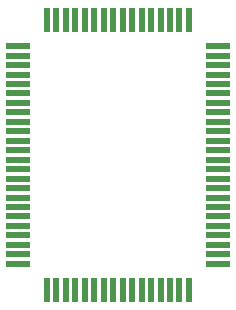
<source format=gbp>
G04 Layer: BottomPasteMaskLayer*
G04 EasyEDA v6.5.42, 2024-04-13 21:48:16*
G04 7b93da579f024c5689f0948710d994dc,a2f4cb7aa3704937908c5b59a0d1150c,10*
G04 Gerber Generator version 0.2*
G04 Scale: 100 percent, Rotated: No, Reflected: No *
G04 Dimensions in millimeters *
G04 leading zeros omitted , absolute positions ,4 integer and 5 decimal *
%FSLAX45Y45*%
%MOMM*%

%AMMACRO1*21,1,$1,$2,0,0,$3*%
%ADD10MACRO1,0.5715X2.0701X90.0000*%
%ADD11MACRO1,0.5715X2.0701X0.0000*%

%LPD*%
D10*
G01*
X6050279Y-1785620D03*
G01*
X6050279Y-1864360D03*
G01*
X6050279Y-1945639D03*
G01*
X6050279Y-2024379D03*
G01*
X6050279Y-2105660D03*
G01*
X6050279Y-2184400D03*
G01*
X6050279Y-2265679D03*
G01*
X6050279Y-2344420D03*
G01*
X6050279Y-2425700D03*
G01*
X6050279Y-2504439D03*
G01*
X6050279Y-2585720D03*
G01*
X6050279Y-2664460D03*
G01*
X6050279Y-2745739D03*
G01*
X6050279Y-2824479D03*
G01*
X6050279Y-2905760D03*
G01*
X6050279Y-2984500D03*
G01*
X6050279Y-3065779D03*
G01*
X6050279Y-3144520D03*
G01*
X6050279Y-3225800D03*
G01*
X6050279Y-3304539D03*
G01*
X6050279Y-3385820D03*
G01*
X6050279Y-3464560D03*
G01*
X6050279Y-3545839D03*
G01*
X6050279Y-3624579D03*
D11*
G01*
X5806440Y-3848100D03*
G01*
X5727700Y-3848100D03*
G01*
X5646420Y-3848100D03*
G01*
X5567679Y-3848100D03*
G01*
X5486400Y-3848100D03*
G01*
X5407659Y-3848100D03*
G01*
X5326379Y-3848100D03*
G01*
X5247640Y-3848100D03*
G01*
X5166359Y-3848100D03*
G01*
X5087620Y-3848100D03*
G01*
X5006340Y-3848100D03*
G01*
X4927600Y-3848100D03*
G01*
X4846320Y-3848100D03*
G01*
X4767579Y-3848100D03*
G01*
X4686300Y-3848100D03*
G01*
X4607559Y-3848100D03*
D10*
G01*
X4363720Y-3624579D03*
G01*
X4363720Y-3545839D03*
G01*
X4363720Y-3464560D03*
G01*
X4363720Y-3385820D03*
G01*
X4363720Y-3304539D03*
G01*
X4363720Y-3225800D03*
G01*
X4363720Y-3144520D03*
G01*
X4363720Y-3065779D03*
G01*
X4363720Y-2984500D03*
G01*
X4363720Y-2905760D03*
G01*
X4363720Y-2824479D03*
G01*
X4363720Y-2745739D03*
G01*
X4363720Y-2664460D03*
G01*
X4363720Y-2585720D03*
G01*
X4363720Y-2504439D03*
G01*
X4363720Y-2425700D03*
G01*
X4363720Y-2344420D03*
G01*
X4363720Y-2265679D03*
G01*
X4363720Y-2184400D03*
G01*
X4363720Y-2105660D03*
G01*
X4363720Y-2024379D03*
G01*
X4363720Y-1945639D03*
G01*
X4363720Y-1864360D03*
G01*
X4363720Y-1785620D03*
D11*
G01*
X4607559Y-1562100D03*
G01*
X4686300Y-1562100D03*
G01*
X4767579Y-1562100D03*
G01*
X4846320Y-1562100D03*
G01*
X4927600Y-1562100D03*
G01*
X5006340Y-1562100D03*
G01*
X5087620Y-1562100D03*
G01*
X5166359Y-1562100D03*
G01*
X5247640Y-1562100D03*
G01*
X5326379Y-1562100D03*
G01*
X5407659Y-1562100D03*
G01*
X5486400Y-1562100D03*
G01*
X5567679Y-1562100D03*
G01*
X5646420Y-1562100D03*
G01*
X5727700Y-1562100D03*
G01*
X5806440Y-1562100D03*
M02*

</source>
